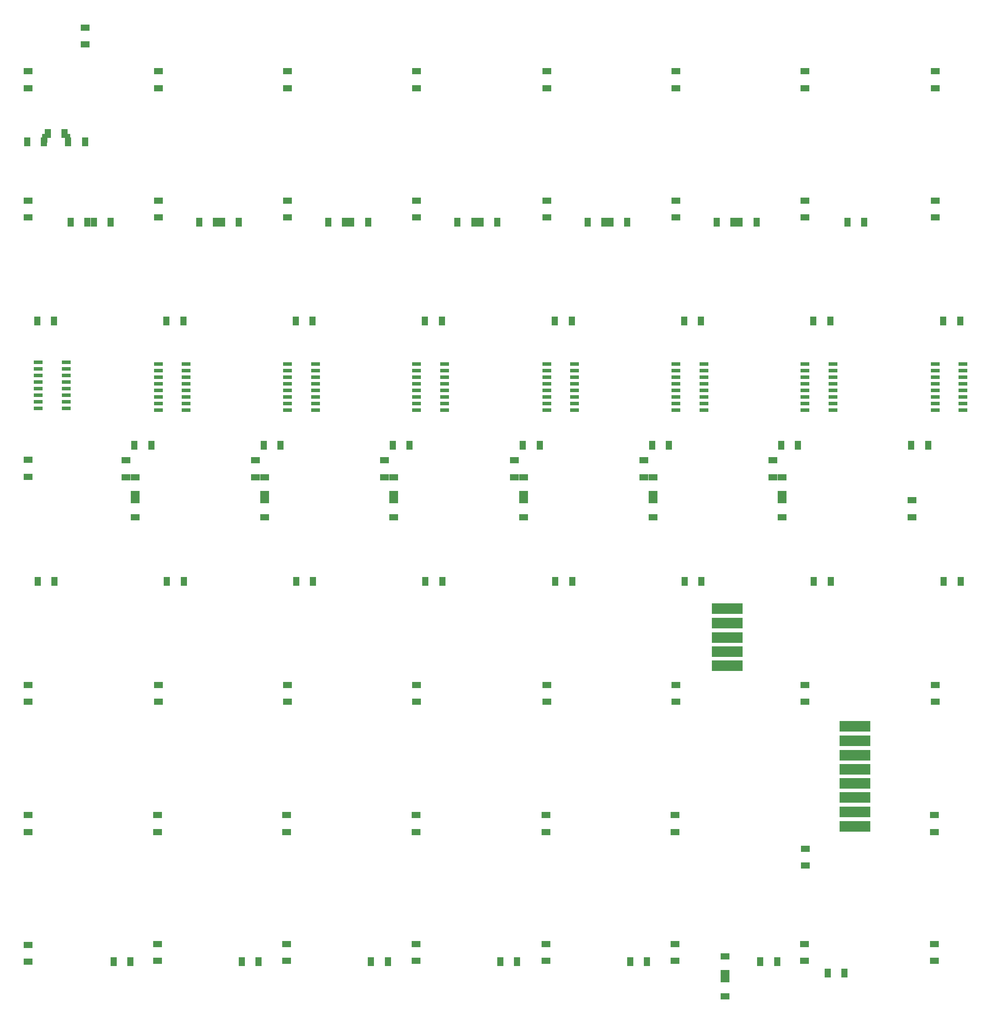
<source format=gbr>
%FSLAX34Y34*%
%MOMM*%
%LNSMDMASK_BOTTOM*%
G71*
G01*
%ADD10R, 1.80X1.30*%
%ADD11R, 1.30X1.80*%
%ADD12R, 1.70X0.76*%
%ADD13R, 1.00X1.80*%
%ADD14R, 6.00X2.00*%
%LPD*%
X374650Y-176212D02*
G54D10*
D03*
X374650Y-143712D02*
G54D10*
D03*
X374650Y-425450D02*
G54D10*
D03*
X374650Y-392950D02*
G54D10*
D03*
X390525Y-625475D02*
G54D11*
D03*
X423025Y-625475D02*
G54D11*
D03*
X328612Y-865188D02*
G54D11*
D03*
X361112Y-865188D02*
G54D11*
D03*
X423862Y-1127125D02*
G54D11*
D03*
X391362Y-1127125D02*
G54D11*
D03*
X374650Y-1327150D02*
G54D10*
D03*
X374650Y-1359650D02*
G54D10*
D03*
X373062Y-1577975D02*
G54D10*
D03*
X373062Y-1610475D02*
G54D10*
D03*
X373062Y-1858962D02*
G54D10*
D03*
X373062Y-1826462D02*
G54D10*
D03*
X123825Y-176212D02*
G54D10*
D03*
X123825Y-143712D02*
G54D10*
D03*
X123825Y-425450D02*
G54D10*
D03*
X123825Y-392950D02*
G54D10*
D03*
X141288Y-625475D02*
G54D11*
D03*
X173788Y-625475D02*
G54D11*
D03*
X123825Y-925512D02*
G54D10*
D03*
X123825Y-893012D02*
G54D10*
D03*
X174625Y-1127125D02*
G54D11*
D03*
X142125Y-1127125D02*
G54D11*
D03*
X123825Y-1327150D02*
G54D10*
D03*
X123825Y-1359650D02*
G54D10*
D03*
X123825Y-1577975D02*
G54D10*
D03*
X123825Y-1610475D02*
G54D10*
D03*
X123825Y-1860550D02*
G54D10*
D03*
X123825Y-1828050D02*
G54D10*
D03*
X196850Y-704850D02*
G54D12*
D03*
X196850Y-717550D02*
G54D12*
D03*
X196850Y-730250D02*
G54D12*
D03*
X196850Y-742950D02*
G54D12*
D03*
X142850Y-704850D02*
G54D12*
D03*
X142850Y-717550D02*
G54D12*
D03*
X142850Y-730250D02*
G54D12*
D03*
X142850Y-742950D02*
G54D12*
D03*
X196850Y-755650D02*
G54D12*
D03*
X196850Y-768350D02*
G54D12*
D03*
X196850Y-781050D02*
G54D12*
D03*
X142850Y-755650D02*
G54D12*
D03*
X142850Y-768350D02*
G54D12*
D03*
X142850Y-781050D02*
G54D12*
D03*
X196850Y-793750D02*
G54D12*
D03*
X142850Y-793750D02*
G54D12*
D03*
X282575Y-434975D02*
G54D11*
D03*
X250075Y-434975D02*
G54D11*
D03*
X320675Y-1860550D02*
G54D11*
D03*
X288175Y-1860550D02*
G54D11*
D03*
X428625Y-708025D02*
G54D12*
D03*
X428625Y-720725D02*
G54D12*
D03*
X428625Y-733425D02*
G54D12*
D03*
X428625Y-746125D02*
G54D12*
D03*
X374625Y-708025D02*
G54D12*
D03*
X374625Y-720725D02*
G54D12*
D03*
X374625Y-733425D02*
G54D12*
D03*
X374625Y-746125D02*
G54D12*
D03*
X428625Y-758825D02*
G54D12*
D03*
X428625Y-771525D02*
G54D12*
D03*
X428625Y-784225D02*
G54D12*
D03*
X374625Y-758825D02*
G54D12*
D03*
X374625Y-771525D02*
G54D12*
D03*
X374625Y-784225D02*
G54D12*
D03*
X428625Y-796925D02*
G54D12*
D03*
X374625Y-796925D02*
G54D12*
D03*
X238125Y-434975D02*
G54D11*
D03*
X205625Y-434975D02*
G54D11*
D03*
X153988Y-279400D02*
G54D11*
D03*
X121488Y-279400D02*
G54D11*
D03*
X193675Y-263525D02*
G54D11*
D03*
X161175Y-263525D02*
G54D11*
D03*
X233362Y-279400D02*
G54D11*
D03*
X200862Y-279400D02*
G54D11*
D03*
X155580Y-273046D02*
G54D13*
D03*
X200030Y-273045D02*
G54D13*
D03*
X530225Y-434975D02*
G54D11*
D03*
X497725Y-434975D02*
G54D11*
D03*
X485775Y-434975D02*
G54D11*
D03*
X453275Y-434975D02*
G54D11*
D03*
X568325Y-1860550D02*
G54D11*
D03*
X535825Y-1860550D02*
G54D11*
D03*
X330200Y-1003300D02*
G54D10*
D03*
X330200Y-970800D02*
G54D10*
D03*
X330200Y-958850D02*
G54D10*
D03*
X330200Y-926350D02*
G54D10*
D03*
X312420Y-926306D02*
G54D10*
D03*
X312420Y-893806D02*
G54D10*
D03*
X623888Y-176212D02*
G54D10*
D03*
X623888Y-143712D02*
G54D10*
D03*
X623888Y-425450D02*
G54D10*
D03*
X623888Y-392950D02*
G54D10*
D03*
X639762Y-625475D02*
G54D11*
D03*
X672263Y-625475D02*
G54D11*
D03*
X577850Y-865188D02*
G54D11*
D03*
X610350Y-865188D02*
G54D11*
D03*
X673100Y-1127125D02*
G54D11*
D03*
X640600Y-1127125D02*
G54D11*
D03*
X623888Y-1327150D02*
G54D10*
D03*
X623888Y-1359650D02*
G54D10*
D03*
X622300Y-1577975D02*
G54D10*
D03*
X622300Y-1610475D02*
G54D10*
D03*
X622300Y-1858962D02*
G54D10*
D03*
X622300Y-1826462D02*
G54D10*
D03*
X677862Y-708025D02*
G54D12*
D03*
X677862Y-720725D02*
G54D12*
D03*
X677862Y-733425D02*
G54D12*
D03*
X677862Y-746125D02*
G54D12*
D03*
X623863Y-708025D02*
G54D12*
D03*
X623863Y-720725D02*
G54D12*
D03*
X623863Y-733425D02*
G54D12*
D03*
X623863Y-746125D02*
G54D12*
D03*
X677862Y-758825D02*
G54D12*
D03*
X677862Y-771525D02*
G54D12*
D03*
X677862Y-784225D02*
G54D12*
D03*
X623863Y-758825D02*
G54D12*
D03*
X623862Y-771525D02*
G54D12*
D03*
X623862Y-784225D02*
G54D12*
D03*
X677862Y-796925D02*
G54D12*
D03*
X623862Y-796925D02*
G54D12*
D03*
X779462Y-434975D02*
G54D11*
D03*
X746962Y-434975D02*
G54D11*
D03*
X735012Y-434975D02*
G54D11*
D03*
X702512Y-434975D02*
G54D11*
D03*
X817562Y-1860550D02*
G54D11*
D03*
X785062Y-1860550D02*
G54D11*
D03*
X579438Y-1003300D02*
G54D10*
D03*
X579438Y-970800D02*
G54D10*
D03*
X579438Y-958850D02*
G54D10*
D03*
X579438Y-926350D02*
G54D10*
D03*
X561658Y-926306D02*
G54D10*
D03*
X561658Y-893806D02*
G54D10*
D03*
X873125Y-176212D02*
G54D10*
D03*
X873125Y-143712D02*
G54D10*
D03*
X873125Y-425450D02*
G54D10*
D03*
X873125Y-392950D02*
G54D10*
D03*
X889000Y-625475D02*
G54D11*
D03*
X921500Y-625475D02*
G54D11*
D03*
X827088Y-865188D02*
G54D11*
D03*
X859588Y-865188D02*
G54D11*
D03*
X922338Y-1127125D02*
G54D11*
D03*
X889838Y-1127125D02*
G54D11*
D03*
X873125Y-1327150D02*
G54D10*
D03*
X873125Y-1359650D02*
G54D10*
D03*
X871538Y-1577975D02*
G54D10*
D03*
X871538Y-1610475D02*
G54D10*
D03*
X871538Y-1858962D02*
G54D10*
D03*
X871538Y-1826462D02*
G54D10*
D03*
X927100Y-708025D02*
G54D12*
D03*
X927100Y-720725D02*
G54D12*
D03*
X927100Y-733425D02*
G54D12*
D03*
X927100Y-746125D02*
G54D12*
D03*
X873100Y-708025D02*
G54D12*
D03*
X873100Y-720725D02*
G54D12*
D03*
X873100Y-733425D02*
G54D12*
D03*
X873100Y-746125D02*
G54D12*
D03*
X927100Y-758825D02*
G54D12*
D03*
X927100Y-771525D02*
G54D12*
D03*
X927100Y-784225D02*
G54D12*
D03*
X873100Y-758825D02*
G54D12*
D03*
X873100Y-771525D02*
G54D12*
D03*
X873100Y-784225D02*
G54D12*
D03*
X927100Y-796925D02*
G54D12*
D03*
X873100Y-796925D02*
G54D12*
D03*
X1028700Y-434975D02*
G54D11*
D03*
X996200Y-434975D02*
G54D11*
D03*
X984250Y-434975D02*
G54D11*
D03*
X951750Y-434975D02*
G54D11*
D03*
X1066800Y-1860550D02*
G54D11*
D03*
X1034300Y-1860550D02*
G54D11*
D03*
X828675Y-1003300D02*
G54D10*
D03*
X828675Y-970800D02*
G54D10*
D03*
X828675Y-958850D02*
G54D10*
D03*
X828675Y-926350D02*
G54D10*
D03*
X810895Y-926306D02*
G54D10*
D03*
X810895Y-893806D02*
G54D10*
D03*
X1123950Y-176212D02*
G54D10*
D03*
X1123950Y-143712D02*
G54D10*
D03*
X1123950Y-425450D02*
G54D10*
D03*
X1123950Y-392950D02*
G54D10*
D03*
X1139825Y-625475D02*
G54D11*
D03*
X1172325Y-625475D02*
G54D11*
D03*
X1077912Y-865188D02*
G54D11*
D03*
X1110412Y-865188D02*
G54D11*
D03*
X1173162Y-1127125D02*
G54D11*
D03*
X1140662Y-1127125D02*
G54D11*
D03*
X1123950Y-1327150D02*
G54D10*
D03*
X1123950Y-1359650D02*
G54D10*
D03*
X1122362Y-1577975D02*
G54D10*
D03*
X1122362Y-1610475D02*
G54D10*
D03*
X1122362Y-1858962D02*
G54D10*
D03*
X1122362Y-1826462D02*
G54D10*
D03*
X1177925Y-708025D02*
G54D12*
D03*
X1177925Y-720725D02*
G54D12*
D03*
X1177925Y-733425D02*
G54D12*
D03*
X1177925Y-746125D02*
G54D12*
D03*
X1123925Y-708025D02*
G54D12*
D03*
X1123925Y-720725D02*
G54D12*
D03*
X1123925Y-733425D02*
G54D12*
D03*
X1123925Y-746125D02*
G54D12*
D03*
X1177925Y-758825D02*
G54D12*
D03*
X1177925Y-771525D02*
G54D12*
D03*
X1177925Y-784225D02*
G54D12*
D03*
X1123925Y-758825D02*
G54D12*
D03*
X1123925Y-771525D02*
G54D12*
D03*
X1123925Y-784225D02*
G54D12*
D03*
X1177925Y-796925D02*
G54D12*
D03*
X1123925Y-796925D02*
G54D12*
D03*
X1279525Y-434975D02*
G54D11*
D03*
X1247025Y-434975D02*
G54D11*
D03*
X1235075Y-434975D02*
G54D11*
D03*
X1202575Y-434975D02*
G54D11*
D03*
X1317625Y-1860550D02*
G54D11*
D03*
X1285125Y-1860550D02*
G54D11*
D03*
X1079500Y-1003300D02*
G54D10*
D03*
X1079500Y-970800D02*
G54D10*
D03*
X1079500Y-958850D02*
G54D10*
D03*
X1079500Y-926350D02*
G54D10*
D03*
X1061720Y-926306D02*
G54D10*
D03*
X1061720Y-893806D02*
G54D10*
D03*
X1373188Y-176212D02*
G54D10*
D03*
X1373188Y-143712D02*
G54D10*
D03*
X1373188Y-425450D02*
G54D10*
D03*
X1373188Y-392950D02*
G54D10*
D03*
X1389062Y-625475D02*
G54D11*
D03*
X1421562Y-625475D02*
G54D11*
D03*
X1327150Y-865188D02*
G54D11*
D03*
X1359650Y-865188D02*
G54D11*
D03*
X1422400Y-1127125D02*
G54D11*
D03*
X1389900Y-1127125D02*
G54D11*
D03*
X1373188Y-1327150D02*
G54D10*
D03*
X1373188Y-1359650D02*
G54D10*
D03*
X1371600Y-1577975D02*
G54D10*
D03*
X1371600Y-1610475D02*
G54D10*
D03*
X1371600Y-1858962D02*
G54D10*
D03*
X1371600Y-1826462D02*
G54D10*
D03*
X1427162Y-708025D02*
G54D12*
D03*
X1427162Y-720725D02*
G54D12*
D03*
X1427162Y-733425D02*
G54D12*
D03*
X1427162Y-746125D02*
G54D12*
D03*
X1373163Y-708025D02*
G54D12*
D03*
X1373163Y-720725D02*
G54D12*
D03*
X1373163Y-733425D02*
G54D12*
D03*
X1373163Y-746125D02*
G54D12*
D03*
X1427162Y-758825D02*
G54D12*
D03*
X1427162Y-771525D02*
G54D12*
D03*
X1427162Y-784225D02*
G54D12*
D03*
X1373163Y-758825D02*
G54D12*
D03*
X1373162Y-771525D02*
G54D12*
D03*
X1373162Y-784225D02*
G54D12*
D03*
X1427162Y-796925D02*
G54D12*
D03*
X1373162Y-796925D02*
G54D12*
D03*
X1528762Y-434975D02*
G54D11*
D03*
X1496262Y-434975D02*
G54D11*
D03*
X1484312Y-434975D02*
G54D11*
D03*
X1451812Y-434975D02*
G54D11*
D03*
X1568450Y-1860550D02*
G54D11*
D03*
X1535950Y-1860550D02*
G54D11*
D03*
X1328738Y-1003300D02*
G54D10*
D03*
X1328738Y-970800D02*
G54D10*
D03*
X1328738Y-958850D02*
G54D10*
D03*
X1328738Y-926350D02*
G54D10*
D03*
X1310958Y-926306D02*
G54D10*
D03*
X1310958Y-893806D02*
G54D10*
D03*
X1622425Y-176212D02*
G54D10*
D03*
X1622425Y-143712D02*
G54D10*
D03*
X1622425Y-425450D02*
G54D10*
D03*
X1622425Y-392950D02*
G54D10*
D03*
X1638300Y-625475D02*
G54D11*
D03*
X1670800Y-625475D02*
G54D11*
D03*
X1576388Y-865188D02*
G54D11*
D03*
X1608888Y-865188D02*
G54D11*
D03*
X1671638Y-1127125D02*
G54D11*
D03*
X1639138Y-1127125D02*
G54D11*
D03*
X1622425Y-1327150D02*
G54D10*
D03*
X1622425Y-1359650D02*
G54D10*
D03*
X1623286Y-1675097D02*
G54D10*
D03*
X1623286Y-1642597D02*
G54D10*
D03*
X1620838Y-1858962D02*
G54D10*
D03*
X1620838Y-1826462D02*
G54D10*
D03*
X1676400Y-708025D02*
G54D12*
D03*
X1676400Y-720725D02*
G54D12*
D03*
X1676400Y-733425D02*
G54D12*
D03*
X1676400Y-746125D02*
G54D12*
D03*
X1622400Y-708025D02*
G54D12*
D03*
X1622400Y-720725D02*
G54D12*
D03*
X1622400Y-733425D02*
G54D12*
D03*
X1622400Y-746125D02*
G54D12*
D03*
X1676400Y-758825D02*
G54D12*
D03*
X1676400Y-771525D02*
G54D12*
D03*
X1676400Y-784225D02*
G54D12*
D03*
X1622400Y-758825D02*
G54D12*
D03*
X1622400Y-771525D02*
G54D12*
D03*
X1622400Y-784225D02*
G54D12*
D03*
X1676400Y-796925D02*
G54D12*
D03*
X1622400Y-796925D02*
G54D12*
D03*
X1736725Y-434975D02*
G54D11*
D03*
X1704225Y-434975D02*
G54D11*
D03*
X1698625Y-1882775D02*
G54D11*
D03*
X1666125Y-1882775D02*
G54D11*
D03*
X1577975Y-1003300D02*
G54D10*
D03*
X1577975Y-970800D02*
G54D10*
D03*
X1577975Y-958850D02*
G54D10*
D03*
X1577975Y-926350D02*
G54D10*
D03*
X1560195Y-926306D02*
G54D10*
D03*
X1560195Y-893806D02*
G54D10*
D03*
X1873250Y-176212D02*
G54D10*
D03*
X1873250Y-143712D02*
G54D10*
D03*
X1873250Y-425450D02*
G54D10*
D03*
X1873250Y-392950D02*
G54D10*
D03*
X1889125Y-625475D02*
G54D11*
D03*
X1921625Y-625475D02*
G54D11*
D03*
X1827212Y-865188D02*
G54D11*
D03*
X1859712Y-865188D02*
G54D11*
D03*
X1922462Y-1127125D02*
G54D11*
D03*
X1889962Y-1127125D02*
G54D11*
D03*
X1873250Y-1327150D02*
G54D10*
D03*
X1873250Y-1359650D02*
G54D10*
D03*
X1871662Y-1577975D02*
G54D10*
D03*
X1871662Y-1610475D02*
G54D10*
D03*
X1871662Y-1858962D02*
G54D10*
D03*
X1871662Y-1826462D02*
G54D10*
D03*
X1927225Y-708025D02*
G54D12*
D03*
X1927225Y-720725D02*
G54D12*
D03*
X1927225Y-733425D02*
G54D12*
D03*
X1927225Y-746125D02*
G54D12*
D03*
X1873225Y-708025D02*
G54D12*
D03*
X1873225Y-720725D02*
G54D12*
D03*
X1873225Y-733425D02*
G54D12*
D03*
X1873225Y-746125D02*
G54D12*
D03*
X1927225Y-758825D02*
G54D12*
D03*
X1927225Y-771525D02*
G54D12*
D03*
X1927225Y-784225D02*
G54D12*
D03*
X1873225Y-758825D02*
G54D12*
D03*
X1873225Y-771525D02*
G54D12*
D03*
X1873225Y-784225D02*
G54D12*
D03*
X1927225Y-796925D02*
G54D12*
D03*
X1873225Y-796925D02*
G54D12*
D03*
X1828800Y-1003300D02*
G54D10*
D03*
X1828800Y-970800D02*
G54D10*
D03*
X233362Y-92075D02*
G54D10*
D03*
X233363Y-59575D02*
G54D10*
D03*
X1467699Y-1882786D02*
G54D10*
D03*
X1467699Y-1850286D02*
G54D10*
D03*
X1467699Y-1927236D02*
G54D10*
D03*
X1467699Y-1894736D02*
G54D10*
D03*
X1718425Y-1406600D02*
G54D14*
D03*
X1718425Y-1434600D02*
G54D14*
D03*
X1718425Y-1462600D02*
G54D14*
D03*
X1718425Y-1489600D02*
G54D14*
D03*
X1718425Y-1516600D02*
G54D14*
D03*
X1718425Y-1543600D02*
G54D14*
D03*
X1718425Y-1571600D02*
G54D14*
D03*
X1718425Y-1599600D02*
G54D14*
D03*
X1472362Y-1179588D02*
G54D14*
D03*
X1472362Y-1207588D02*
G54D14*
D03*
X1472362Y-1235588D02*
G54D14*
D03*
X1472362Y-1262588D02*
G54D14*
D03*
X1472362Y-1289588D02*
G54D14*
D03*
M02*

</source>
